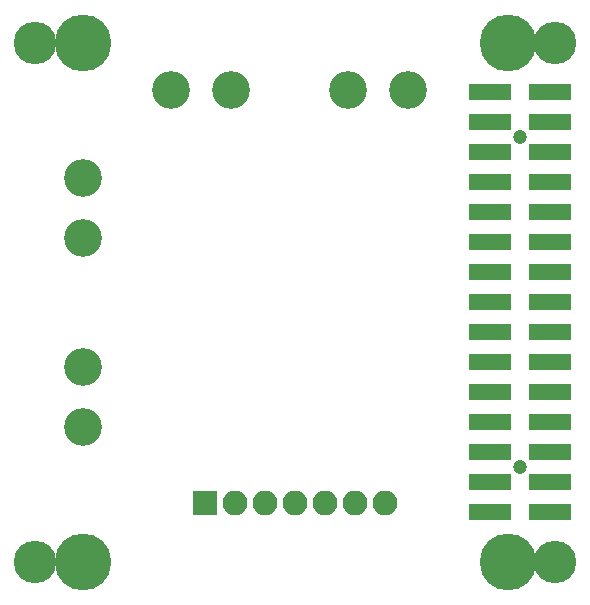
<source format=gts>
G04 #@! TF.GenerationSoftware,KiCad,Pcbnew,(5.0.0)*
G04 #@! TF.CreationDate,2019-05-20T02:18:12+09:00*
G04 #@! TF.ProjectId,HeaterController_Controller,486561746572436F6E74726F6C6C6572,rev?*
G04 #@! TF.SameCoordinates,PX7f50c60PY34edce0*
G04 #@! TF.FileFunction,Soldermask,Top*
G04 #@! TF.FilePolarity,Negative*
%FSLAX46Y46*%
G04 Gerber Fmt 4.6, Leading zero omitted, Abs format (unit mm)*
G04 Created by KiCad (PCBNEW (5.0.0)) date 05/20/19 02:18:12*
%MOMM*%
%LPD*%
G01*
G04 APERTURE LIST*
%ADD10R,2.100000X2.100000*%
%ADD11O,2.100000X2.100000*%
%ADD12C,3.200000*%
%ADD13C,3.600000*%
%ADD14R,3.550000X1.400000*%
%ADD15C,1.200000*%
%ADD16C,4.800000*%
G04 APERTURE END LIST*
D10*
G04 #@! TO.C,J2*
X-7120000Y-16500000D03*
D11*
X-4580000Y-16500000D03*
X-2040000Y-16500000D03*
X500000Y-16500000D03*
X3040000Y-16500000D03*
X5580000Y-16500000D03*
X8120000Y-16500000D03*
G04 #@! TD*
D12*
G04 #@! TO.C,J3*
X-17500000Y5960000D03*
X-17500000Y11040000D03*
G04 #@! TD*
G04 #@! TO.C,J4*
X-17500000Y-4960000D03*
X-17500000Y-10040000D03*
G04 #@! TD*
G04 #@! TO.C,J5*
X-10040000Y18500000D03*
X-4960000Y18500000D03*
G04 #@! TD*
G04 #@! TO.C,J6*
X10040000Y18500000D03*
X4960000Y18500000D03*
G04 #@! TD*
D13*
G04 #@! TO.C,MH1*
X-21500000Y22500000D03*
G04 #@! TD*
G04 #@! TO.C,MH2*
X22500000Y22500000D03*
G04 #@! TD*
G04 #@! TO.C,MH3*
X22500000Y-21500000D03*
G04 #@! TD*
G04 #@! TO.C,MH4*
X-21500000Y-21500000D03*
G04 #@! TD*
D14*
G04 #@! TO.C,J1*
X22075000Y-17280000D03*
X17025000Y-17280000D03*
X22075000Y-14740000D03*
X17025000Y-14740000D03*
X22075000Y-12200000D03*
X17025000Y-12200000D03*
X22075000Y-9660000D03*
X17025000Y-9660000D03*
X22075000Y-7120000D03*
X17025000Y-7120000D03*
X22075000Y-4580000D03*
X17025000Y-4580000D03*
X22075000Y-2040000D03*
X17025000Y-2040000D03*
X22075000Y500000D03*
X17025000Y500000D03*
X22075000Y3040000D03*
X17025000Y3040000D03*
X22075000Y5580000D03*
X17025000Y5580000D03*
X22075000Y8120000D03*
X17025000Y8120000D03*
X22075000Y10660000D03*
X17025000Y10660000D03*
X22075000Y13200000D03*
X17025000Y13200000D03*
X22075000Y15740000D03*
X17025000Y15740000D03*
X22075000Y18280000D03*
X17025000Y18280000D03*
D15*
X19550000Y14470000D03*
X19550000Y-13470000D03*
G04 #@! TD*
D16*
G04 #@! TO.C,MH9*
X-17500000Y22500000D03*
G04 #@! TD*
G04 #@! TO.C,MH10*
X18500000Y22500000D03*
G04 #@! TD*
G04 #@! TO.C,MH11*
X18500000Y-21500000D03*
G04 #@! TD*
G04 #@! TO.C,MH12*
X-17500000Y-21500000D03*
G04 #@! TD*
M02*

</source>
